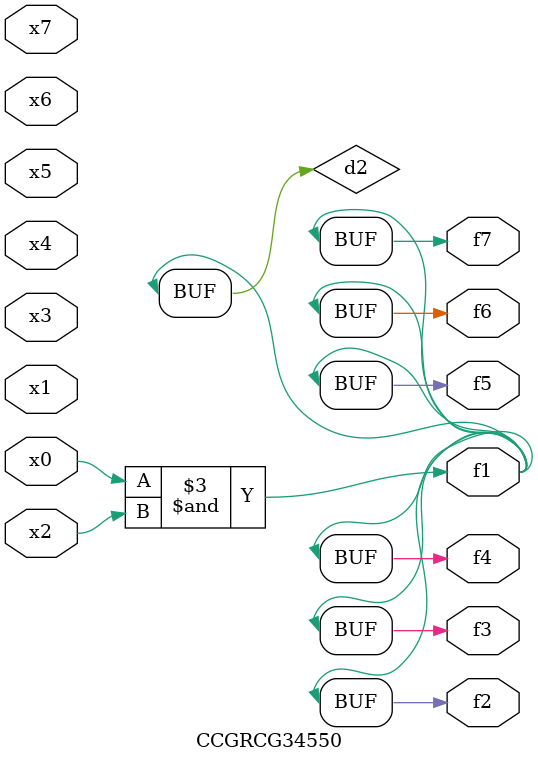
<source format=v>
module CCGRCG34550(
	input x0, x1, x2, x3, x4, x5, x6, x7,
	output f1, f2, f3, f4, f5, f6, f7
);

	wire d1, d2;

	nor (d1, x3, x6);
	and (d2, x0, x2);
	assign f1 = d2;
	assign f2 = d2;
	assign f3 = d2;
	assign f4 = d2;
	assign f5 = d2;
	assign f6 = d2;
	assign f7 = d2;
endmodule

</source>
